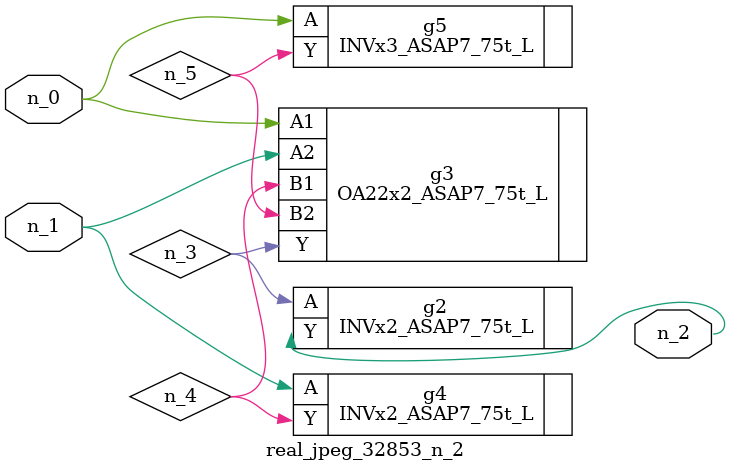
<source format=v>
module real_jpeg_32853_n_2 (n_1, n_0, n_2);

input n_1;
input n_0;

output n_2;

wire n_5;
wire n_4;
wire n_3;

OA22x2_ASAP7_75t_L g3 ( 
.A1(n_0),
.A2(n_1),
.B1(n_4),
.B2(n_5),
.Y(n_3)
);

INVx3_ASAP7_75t_L g5 ( 
.A(n_0),
.Y(n_5)
);

INVx2_ASAP7_75t_L g4 ( 
.A(n_1),
.Y(n_4)
);

INVx2_ASAP7_75t_L g2 ( 
.A(n_3),
.Y(n_2)
);


endmodule
</source>
